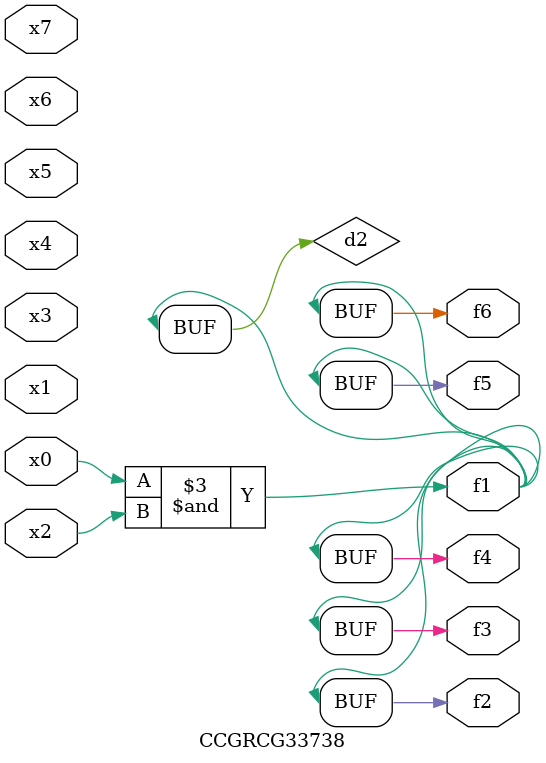
<source format=v>
module CCGRCG33738(
	input x0, x1, x2, x3, x4, x5, x6, x7,
	output f1, f2, f3, f4, f5, f6
);

	wire d1, d2;

	nor (d1, x3, x6);
	and (d2, x0, x2);
	assign f1 = d2;
	assign f2 = d2;
	assign f3 = d2;
	assign f4 = d2;
	assign f5 = d2;
	assign f6 = d2;
endmodule

</source>
